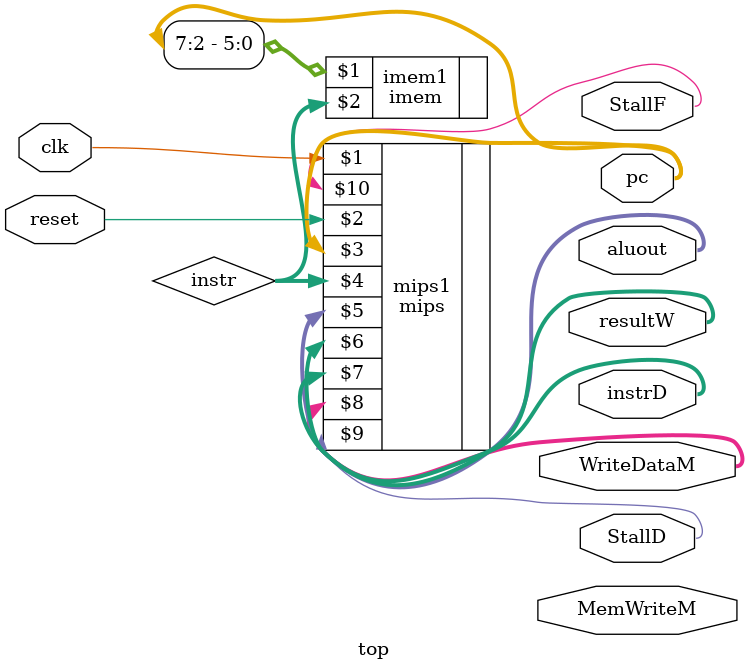
<source format=sv>
`timescale 1ns / 1ps


module top(
 input logic clk, reset,
    output logic[31:0] instrD, resultW, aluout, WriteDataM, pc,
    output logic MemWriteM, StallD, StallF
    );
    // write the ones you want to see in simulation as ouput
    // stalls are for debug puposes
    
    // others just define as logic
    logic [31:0]  instr;
    // control system through a reset button

    // instantiate mips processor
    mips mips1(clk, reset,
             pc,
             instr,
             aluout, resultW,
             instrD, WriteDataM,
             StallD, StallF);
             
     // instantiate instruction memory
     imem imem1(pc[7:2],
                instr);
     // instantiate data memory
     //dmem demem1( clk, MemWriteM,
           //  aluout, WriteDataM,
           //  ReadDataW);
endmodule

</source>
